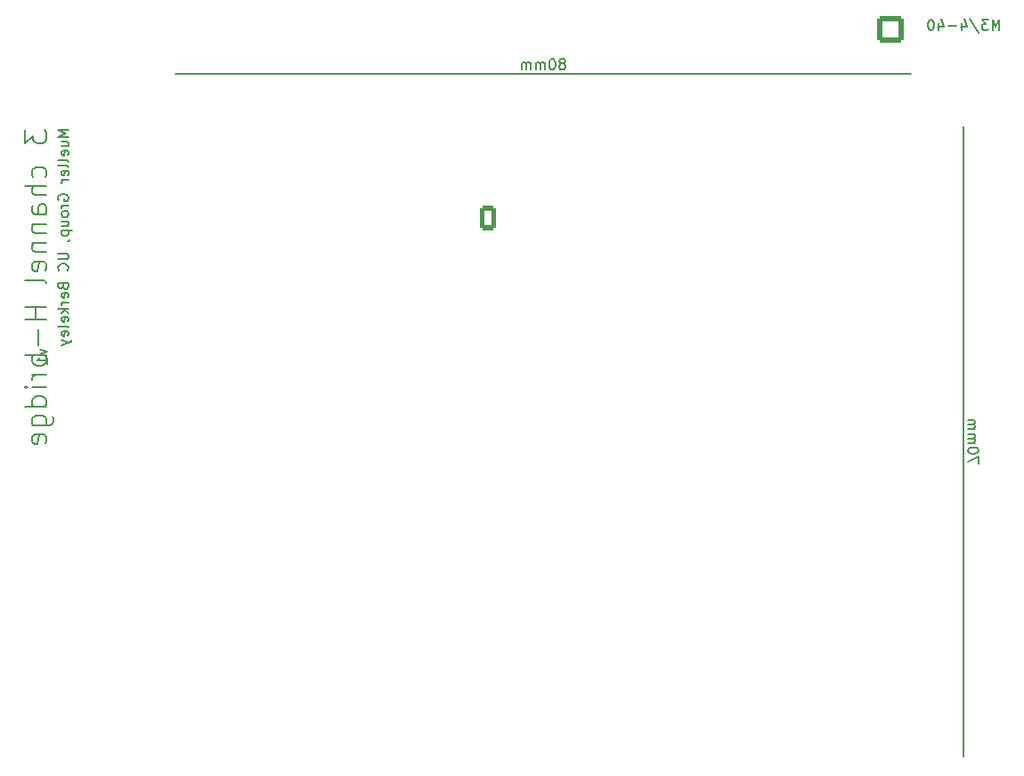
<source format=gbo>
G04 #@! TF.GenerationSoftware,KiCad,Pcbnew,9.0.0*
G04 #@! TF.CreationDate,2025-06-03T18:34:14-07:00*
G04 #@! TF.ProjectId,H_bridge,485f6272-6964-4676-952e-6b696361645f,rev?*
G04 #@! TF.SameCoordinates,Original*
G04 #@! TF.FileFunction,Legend,Bot*
G04 #@! TF.FilePolarity,Positive*
%FSLAX46Y46*%
G04 Gerber Fmt 4.6, Leading zero omitted, Abs format (unit mm)*
G04 Created by KiCad (PCBNEW 9.0.0) date 2025-06-03 18:34:14*
%MOMM*%
%LPD*%
G01*
G04 APERTURE LIST*
G04 Aperture macros list*
%AMRoundRect*
0 Rectangle with rounded corners*
0 $1 Rounding radius*
0 $2 $3 $4 $5 $6 $7 $8 $9 X,Y pos of 4 corners*
0 Add a 4 corners polygon primitive as box body*
4,1,4,$2,$3,$4,$5,$6,$7,$8,$9,$2,$3,0*
0 Add four circle primitives for the rounded corners*
1,1,$1+$1,$2,$3*
1,1,$1+$1,$4,$5*
1,1,$1+$1,$6,$7*
1,1,$1+$1,$8,$9*
0 Add four rect primitives between the rounded corners*
20,1,$1+$1,$2,$3,$4,$5,0*
20,1,$1+$1,$4,$5,$6,$7,0*
20,1,$1+$1,$6,$7,$8,$9,0*
20,1,$1+$1,$8,$9,$2,$3,0*%
G04 Aperture macros list end*
%ADD10C,0.150000*%
%ADD11C,1.600000*%
%ADD12O,1.600000X1.600000*%
%ADD13RoundRect,0.249999X-1.025001X-1.025001X1.025001X-1.025001X1.025001X1.025001X-1.025001X1.025001X0*%
%ADD14C,2.550000*%
%ADD15R,1.050000X1.500000*%
%ADD16O,1.050000X1.500000*%
%ADD17RoundRect,0.250000X0.265000X0.615000X-0.265000X0.615000X-0.265000X-0.615000X0.265000X-0.615000X0*%
%ADD18O,1.030000X1.730000*%
%ADD19R,2.420000X5.080000*%
%ADD20R,2.000000X1.905000*%
%ADD21O,2.000000X1.905000*%
%ADD22C,3.200000*%
%ADD23RoundRect,0.250000X0.550000X-0.950000X0.550000X0.950000X-0.550000X0.950000X-0.550000X-0.950000X0*%
%ADD24O,1.600000X2.400000*%
%ADD25RoundRect,0.249999X1.025001X1.025001X-1.025001X1.025001X-1.025001X-1.025001X1.025001X-1.025001X0*%
G04 APERTURE END LIST*
D10*
X190000000Y-70000000D02*
X190000000Y-130000000D01*
X115000000Y-65000000D02*
X185000000Y-65000000D01*
X102203152Y-91241541D02*
X102869819Y-91479636D01*
X102869819Y-91479636D02*
X102203152Y-91717731D01*
X102869819Y-92622493D02*
X102869819Y-92051065D01*
X102869819Y-92336779D02*
X101869819Y-92336779D01*
X101869819Y-92336779D02*
X102012676Y-92241541D01*
X102012676Y-92241541D02*
X102107914Y-92146303D01*
X102107914Y-92146303D02*
X102155533Y-92051065D01*
X100747438Y-70384398D02*
X100747438Y-71622493D01*
X100747438Y-71622493D02*
X101509342Y-70955826D01*
X101509342Y-70955826D02*
X101509342Y-71241541D01*
X101509342Y-71241541D02*
X101604580Y-71432017D01*
X101604580Y-71432017D02*
X101699819Y-71527255D01*
X101699819Y-71527255D02*
X101890295Y-71622493D01*
X101890295Y-71622493D02*
X102366485Y-71622493D01*
X102366485Y-71622493D02*
X102556961Y-71527255D01*
X102556961Y-71527255D02*
X102652200Y-71432017D01*
X102652200Y-71432017D02*
X102747438Y-71241541D01*
X102747438Y-71241541D02*
X102747438Y-70670112D01*
X102747438Y-70670112D02*
X102652200Y-70479636D01*
X102652200Y-70479636D02*
X102556961Y-70384398D01*
X102652200Y-74860589D02*
X102747438Y-74670113D01*
X102747438Y-74670113D02*
X102747438Y-74289160D01*
X102747438Y-74289160D02*
X102652200Y-74098684D01*
X102652200Y-74098684D02*
X102556961Y-74003446D01*
X102556961Y-74003446D02*
X102366485Y-73908208D01*
X102366485Y-73908208D02*
X101795057Y-73908208D01*
X101795057Y-73908208D02*
X101604580Y-74003446D01*
X101604580Y-74003446D02*
X101509342Y-74098684D01*
X101509342Y-74098684D02*
X101414104Y-74289160D01*
X101414104Y-74289160D02*
X101414104Y-74670113D01*
X101414104Y-74670113D02*
X101509342Y-74860589D01*
X102747438Y-75717732D02*
X100747438Y-75717732D01*
X102747438Y-76574875D02*
X101699819Y-76574875D01*
X101699819Y-76574875D02*
X101509342Y-76479637D01*
X101509342Y-76479637D02*
X101414104Y-76289161D01*
X101414104Y-76289161D02*
X101414104Y-76003446D01*
X101414104Y-76003446D02*
X101509342Y-75812970D01*
X101509342Y-75812970D02*
X101604580Y-75717732D01*
X102747438Y-78384399D02*
X101699819Y-78384399D01*
X101699819Y-78384399D02*
X101509342Y-78289161D01*
X101509342Y-78289161D02*
X101414104Y-78098685D01*
X101414104Y-78098685D02*
X101414104Y-77717732D01*
X101414104Y-77717732D02*
X101509342Y-77527256D01*
X102652200Y-78384399D02*
X102747438Y-78193923D01*
X102747438Y-78193923D02*
X102747438Y-77717732D01*
X102747438Y-77717732D02*
X102652200Y-77527256D01*
X102652200Y-77527256D02*
X102461723Y-77432018D01*
X102461723Y-77432018D02*
X102271247Y-77432018D01*
X102271247Y-77432018D02*
X102080771Y-77527256D01*
X102080771Y-77527256D02*
X101985533Y-77717732D01*
X101985533Y-77717732D02*
X101985533Y-78193923D01*
X101985533Y-78193923D02*
X101890295Y-78384399D01*
X101414104Y-79336780D02*
X102747438Y-79336780D01*
X101604580Y-79336780D02*
X101509342Y-79432018D01*
X101509342Y-79432018D02*
X101414104Y-79622494D01*
X101414104Y-79622494D02*
X101414104Y-79908209D01*
X101414104Y-79908209D02*
X101509342Y-80098685D01*
X101509342Y-80098685D02*
X101699819Y-80193923D01*
X101699819Y-80193923D02*
X102747438Y-80193923D01*
X101414104Y-81146304D02*
X102747438Y-81146304D01*
X101604580Y-81146304D02*
X101509342Y-81241542D01*
X101509342Y-81241542D02*
X101414104Y-81432018D01*
X101414104Y-81432018D02*
X101414104Y-81717733D01*
X101414104Y-81717733D02*
X101509342Y-81908209D01*
X101509342Y-81908209D02*
X101699819Y-82003447D01*
X101699819Y-82003447D02*
X102747438Y-82003447D01*
X102652200Y-83717733D02*
X102747438Y-83527257D01*
X102747438Y-83527257D02*
X102747438Y-83146304D01*
X102747438Y-83146304D02*
X102652200Y-82955828D01*
X102652200Y-82955828D02*
X102461723Y-82860590D01*
X102461723Y-82860590D02*
X101699819Y-82860590D01*
X101699819Y-82860590D02*
X101509342Y-82955828D01*
X101509342Y-82955828D02*
X101414104Y-83146304D01*
X101414104Y-83146304D02*
X101414104Y-83527257D01*
X101414104Y-83527257D02*
X101509342Y-83717733D01*
X101509342Y-83717733D02*
X101699819Y-83812971D01*
X101699819Y-83812971D02*
X101890295Y-83812971D01*
X101890295Y-83812971D02*
X102080771Y-82860590D01*
X102747438Y-84955828D02*
X102652200Y-84765352D01*
X102652200Y-84765352D02*
X102461723Y-84670114D01*
X102461723Y-84670114D02*
X100747438Y-84670114D01*
X102747438Y-87241543D02*
X100747438Y-87241543D01*
X101699819Y-87241543D02*
X101699819Y-88384400D01*
X102747438Y-88384400D02*
X100747438Y-88384400D01*
X101985533Y-89336781D02*
X101985533Y-90860591D01*
X102747438Y-91812971D02*
X100747438Y-91812971D01*
X101509342Y-91812971D02*
X101414104Y-92003447D01*
X101414104Y-92003447D02*
X101414104Y-92384400D01*
X101414104Y-92384400D02*
X101509342Y-92574876D01*
X101509342Y-92574876D02*
X101604580Y-92670114D01*
X101604580Y-92670114D02*
X101795057Y-92765352D01*
X101795057Y-92765352D02*
X102366485Y-92765352D01*
X102366485Y-92765352D02*
X102556961Y-92670114D01*
X102556961Y-92670114D02*
X102652200Y-92574876D01*
X102652200Y-92574876D02*
X102747438Y-92384400D01*
X102747438Y-92384400D02*
X102747438Y-92003447D01*
X102747438Y-92003447D02*
X102652200Y-91812971D01*
X102747438Y-93622495D02*
X101414104Y-93622495D01*
X101795057Y-93622495D02*
X101604580Y-93717733D01*
X101604580Y-93717733D02*
X101509342Y-93812971D01*
X101509342Y-93812971D02*
X101414104Y-94003447D01*
X101414104Y-94003447D02*
X101414104Y-94193924D01*
X102747438Y-94860590D02*
X101414104Y-94860590D01*
X100747438Y-94860590D02*
X100842676Y-94765352D01*
X100842676Y-94765352D02*
X100937914Y-94860590D01*
X100937914Y-94860590D02*
X100842676Y-94955828D01*
X100842676Y-94955828D02*
X100747438Y-94860590D01*
X100747438Y-94860590D02*
X100937914Y-94860590D01*
X102747438Y-96670114D02*
X100747438Y-96670114D01*
X102652200Y-96670114D02*
X102747438Y-96479638D01*
X102747438Y-96479638D02*
X102747438Y-96098685D01*
X102747438Y-96098685D02*
X102652200Y-95908209D01*
X102652200Y-95908209D02*
X102556961Y-95812971D01*
X102556961Y-95812971D02*
X102366485Y-95717733D01*
X102366485Y-95717733D02*
X101795057Y-95717733D01*
X101795057Y-95717733D02*
X101604580Y-95812971D01*
X101604580Y-95812971D02*
X101509342Y-95908209D01*
X101509342Y-95908209D02*
X101414104Y-96098685D01*
X101414104Y-96098685D02*
X101414104Y-96479638D01*
X101414104Y-96479638D02*
X101509342Y-96670114D01*
X101414104Y-98479638D02*
X103033152Y-98479638D01*
X103033152Y-98479638D02*
X103223628Y-98384400D01*
X103223628Y-98384400D02*
X103318866Y-98289162D01*
X103318866Y-98289162D02*
X103414104Y-98098685D01*
X103414104Y-98098685D02*
X103414104Y-97812971D01*
X103414104Y-97812971D02*
X103318866Y-97622495D01*
X102652200Y-98479638D02*
X102747438Y-98289162D01*
X102747438Y-98289162D02*
X102747438Y-97908209D01*
X102747438Y-97908209D02*
X102652200Y-97717733D01*
X102652200Y-97717733D02*
X102556961Y-97622495D01*
X102556961Y-97622495D02*
X102366485Y-97527257D01*
X102366485Y-97527257D02*
X101795057Y-97527257D01*
X101795057Y-97527257D02*
X101604580Y-97622495D01*
X101604580Y-97622495D02*
X101509342Y-97717733D01*
X101509342Y-97717733D02*
X101414104Y-97908209D01*
X101414104Y-97908209D02*
X101414104Y-98289162D01*
X101414104Y-98289162D02*
X101509342Y-98479638D01*
X102652200Y-100193924D02*
X102747438Y-100003448D01*
X102747438Y-100003448D02*
X102747438Y-99622495D01*
X102747438Y-99622495D02*
X102652200Y-99432019D01*
X102652200Y-99432019D02*
X102461723Y-99336781D01*
X102461723Y-99336781D02*
X101699819Y-99336781D01*
X101699819Y-99336781D02*
X101509342Y-99432019D01*
X101509342Y-99432019D02*
X101414104Y-99622495D01*
X101414104Y-99622495D02*
X101414104Y-100003448D01*
X101414104Y-100003448D02*
X101509342Y-100193924D01*
X101509342Y-100193924D02*
X101699819Y-100289162D01*
X101699819Y-100289162D02*
X101890295Y-100289162D01*
X101890295Y-100289162D02*
X102080771Y-99336781D01*
X104869819Y-70336779D02*
X103869819Y-70336779D01*
X103869819Y-70336779D02*
X104584104Y-70670112D01*
X104584104Y-70670112D02*
X103869819Y-71003445D01*
X103869819Y-71003445D02*
X104869819Y-71003445D01*
X104203152Y-71908207D02*
X104869819Y-71908207D01*
X104203152Y-71479636D02*
X104726961Y-71479636D01*
X104726961Y-71479636D02*
X104822200Y-71527255D01*
X104822200Y-71527255D02*
X104869819Y-71622493D01*
X104869819Y-71622493D02*
X104869819Y-71765350D01*
X104869819Y-71765350D02*
X104822200Y-71860588D01*
X104822200Y-71860588D02*
X104774580Y-71908207D01*
X104822200Y-72765350D02*
X104869819Y-72670112D01*
X104869819Y-72670112D02*
X104869819Y-72479636D01*
X104869819Y-72479636D02*
X104822200Y-72384398D01*
X104822200Y-72384398D02*
X104726961Y-72336779D01*
X104726961Y-72336779D02*
X104346009Y-72336779D01*
X104346009Y-72336779D02*
X104250771Y-72384398D01*
X104250771Y-72384398D02*
X104203152Y-72479636D01*
X104203152Y-72479636D02*
X104203152Y-72670112D01*
X104203152Y-72670112D02*
X104250771Y-72765350D01*
X104250771Y-72765350D02*
X104346009Y-72812969D01*
X104346009Y-72812969D02*
X104441247Y-72812969D01*
X104441247Y-72812969D02*
X104536485Y-72336779D01*
X104869819Y-73384398D02*
X104822200Y-73289160D01*
X104822200Y-73289160D02*
X104726961Y-73241541D01*
X104726961Y-73241541D02*
X103869819Y-73241541D01*
X104869819Y-73908208D02*
X104822200Y-73812970D01*
X104822200Y-73812970D02*
X104726961Y-73765351D01*
X104726961Y-73765351D02*
X103869819Y-73765351D01*
X104822200Y-74670113D02*
X104869819Y-74574875D01*
X104869819Y-74574875D02*
X104869819Y-74384399D01*
X104869819Y-74384399D02*
X104822200Y-74289161D01*
X104822200Y-74289161D02*
X104726961Y-74241542D01*
X104726961Y-74241542D02*
X104346009Y-74241542D01*
X104346009Y-74241542D02*
X104250771Y-74289161D01*
X104250771Y-74289161D02*
X104203152Y-74384399D01*
X104203152Y-74384399D02*
X104203152Y-74574875D01*
X104203152Y-74574875D02*
X104250771Y-74670113D01*
X104250771Y-74670113D02*
X104346009Y-74717732D01*
X104346009Y-74717732D02*
X104441247Y-74717732D01*
X104441247Y-74717732D02*
X104536485Y-74241542D01*
X104869819Y-75146304D02*
X104203152Y-75146304D01*
X104393628Y-75146304D02*
X104298390Y-75193923D01*
X104298390Y-75193923D02*
X104250771Y-75241542D01*
X104250771Y-75241542D02*
X104203152Y-75336780D01*
X104203152Y-75336780D02*
X104203152Y-75432018D01*
X103917438Y-77051066D02*
X103869819Y-76955828D01*
X103869819Y-76955828D02*
X103869819Y-76812971D01*
X103869819Y-76812971D02*
X103917438Y-76670114D01*
X103917438Y-76670114D02*
X104012676Y-76574876D01*
X104012676Y-76574876D02*
X104107914Y-76527257D01*
X104107914Y-76527257D02*
X104298390Y-76479638D01*
X104298390Y-76479638D02*
X104441247Y-76479638D01*
X104441247Y-76479638D02*
X104631723Y-76527257D01*
X104631723Y-76527257D02*
X104726961Y-76574876D01*
X104726961Y-76574876D02*
X104822200Y-76670114D01*
X104822200Y-76670114D02*
X104869819Y-76812971D01*
X104869819Y-76812971D02*
X104869819Y-76908209D01*
X104869819Y-76908209D02*
X104822200Y-77051066D01*
X104822200Y-77051066D02*
X104774580Y-77098685D01*
X104774580Y-77098685D02*
X104441247Y-77098685D01*
X104441247Y-77098685D02*
X104441247Y-76908209D01*
X104869819Y-77527257D02*
X104203152Y-77527257D01*
X104393628Y-77527257D02*
X104298390Y-77574876D01*
X104298390Y-77574876D02*
X104250771Y-77622495D01*
X104250771Y-77622495D02*
X104203152Y-77717733D01*
X104203152Y-77717733D02*
X104203152Y-77812971D01*
X104869819Y-78289162D02*
X104822200Y-78193924D01*
X104822200Y-78193924D02*
X104774580Y-78146305D01*
X104774580Y-78146305D02*
X104679342Y-78098686D01*
X104679342Y-78098686D02*
X104393628Y-78098686D01*
X104393628Y-78098686D02*
X104298390Y-78146305D01*
X104298390Y-78146305D02*
X104250771Y-78193924D01*
X104250771Y-78193924D02*
X104203152Y-78289162D01*
X104203152Y-78289162D02*
X104203152Y-78432019D01*
X104203152Y-78432019D02*
X104250771Y-78527257D01*
X104250771Y-78527257D02*
X104298390Y-78574876D01*
X104298390Y-78574876D02*
X104393628Y-78622495D01*
X104393628Y-78622495D02*
X104679342Y-78622495D01*
X104679342Y-78622495D02*
X104774580Y-78574876D01*
X104774580Y-78574876D02*
X104822200Y-78527257D01*
X104822200Y-78527257D02*
X104869819Y-78432019D01*
X104869819Y-78432019D02*
X104869819Y-78289162D01*
X104203152Y-79479638D02*
X104869819Y-79479638D01*
X104203152Y-79051067D02*
X104726961Y-79051067D01*
X104726961Y-79051067D02*
X104822200Y-79098686D01*
X104822200Y-79098686D02*
X104869819Y-79193924D01*
X104869819Y-79193924D02*
X104869819Y-79336781D01*
X104869819Y-79336781D02*
X104822200Y-79432019D01*
X104822200Y-79432019D02*
X104774580Y-79479638D01*
X104203152Y-79955829D02*
X105203152Y-79955829D01*
X104250771Y-79955829D02*
X104203152Y-80051067D01*
X104203152Y-80051067D02*
X104203152Y-80241543D01*
X104203152Y-80241543D02*
X104250771Y-80336781D01*
X104250771Y-80336781D02*
X104298390Y-80384400D01*
X104298390Y-80384400D02*
X104393628Y-80432019D01*
X104393628Y-80432019D02*
X104679342Y-80432019D01*
X104679342Y-80432019D02*
X104774580Y-80384400D01*
X104774580Y-80384400D02*
X104822200Y-80336781D01*
X104822200Y-80336781D02*
X104869819Y-80241543D01*
X104869819Y-80241543D02*
X104869819Y-80051067D01*
X104869819Y-80051067D02*
X104822200Y-79955829D01*
X104822200Y-80908210D02*
X104869819Y-80908210D01*
X104869819Y-80908210D02*
X104965057Y-80860591D01*
X104965057Y-80860591D02*
X105012676Y-80812972D01*
X103869819Y-82098686D02*
X104679342Y-82098686D01*
X104679342Y-82098686D02*
X104774580Y-82146305D01*
X104774580Y-82146305D02*
X104822200Y-82193924D01*
X104822200Y-82193924D02*
X104869819Y-82289162D01*
X104869819Y-82289162D02*
X104869819Y-82479638D01*
X104869819Y-82479638D02*
X104822200Y-82574876D01*
X104822200Y-82574876D02*
X104774580Y-82622495D01*
X104774580Y-82622495D02*
X104679342Y-82670114D01*
X104679342Y-82670114D02*
X103869819Y-82670114D01*
X104774580Y-83717733D02*
X104822200Y-83670114D01*
X104822200Y-83670114D02*
X104869819Y-83527257D01*
X104869819Y-83527257D02*
X104869819Y-83432019D01*
X104869819Y-83432019D02*
X104822200Y-83289162D01*
X104822200Y-83289162D02*
X104726961Y-83193924D01*
X104726961Y-83193924D02*
X104631723Y-83146305D01*
X104631723Y-83146305D02*
X104441247Y-83098686D01*
X104441247Y-83098686D02*
X104298390Y-83098686D01*
X104298390Y-83098686D02*
X104107914Y-83146305D01*
X104107914Y-83146305D02*
X104012676Y-83193924D01*
X104012676Y-83193924D02*
X103917438Y-83289162D01*
X103917438Y-83289162D02*
X103869819Y-83432019D01*
X103869819Y-83432019D02*
X103869819Y-83527257D01*
X103869819Y-83527257D02*
X103917438Y-83670114D01*
X103917438Y-83670114D02*
X103965057Y-83717733D01*
X104346009Y-85241543D02*
X104393628Y-85384400D01*
X104393628Y-85384400D02*
X104441247Y-85432019D01*
X104441247Y-85432019D02*
X104536485Y-85479638D01*
X104536485Y-85479638D02*
X104679342Y-85479638D01*
X104679342Y-85479638D02*
X104774580Y-85432019D01*
X104774580Y-85432019D02*
X104822200Y-85384400D01*
X104822200Y-85384400D02*
X104869819Y-85289162D01*
X104869819Y-85289162D02*
X104869819Y-84908210D01*
X104869819Y-84908210D02*
X103869819Y-84908210D01*
X103869819Y-84908210D02*
X103869819Y-85241543D01*
X103869819Y-85241543D02*
X103917438Y-85336781D01*
X103917438Y-85336781D02*
X103965057Y-85384400D01*
X103965057Y-85384400D02*
X104060295Y-85432019D01*
X104060295Y-85432019D02*
X104155533Y-85432019D01*
X104155533Y-85432019D02*
X104250771Y-85384400D01*
X104250771Y-85384400D02*
X104298390Y-85336781D01*
X104298390Y-85336781D02*
X104346009Y-85241543D01*
X104346009Y-85241543D02*
X104346009Y-84908210D01*
X104822200Y-86289162D02*
X104869819Y-86193924D01*
X104869819Y-86193924D02*
X104869819Y-86003448D01*
X104869819Y-86003448D02*
X104822200Y-85908210D01*
X104822200Y-85908210D02*
X104726961Y-85860591D01*
X104726961Y-85860591D02*
X104346009Y-85860591D01*
X104346009Y-85860591D02*
X104250771Y-85908210D01*
X104250771Y-85908210D02*
X104203152Y-86003448D01*
X104203152Y-86003448D02*
X104203152Y-86193924D01*
X104203152Y-86193924D02*
X104250771Y-86289162D01*
X104250771Y-86289162D02*
X104346009Y-86336781D01*
X104346009Y-86336781D02*
X104441247Y-86336781D01*
X104441247Y-86336781D02*
X104536485Y-85860591D01*
X104869819Y-86765353D02*
X104203152Y-86765353D01*
X104393628Y-86765353D02*
X104298390Y-86812972D01*
X104298390Y-86812972D02*
X104250771Y-86860591D01*
X104250771Y-86860591D02*
X104203152Y-86955829D01*
X104203152Y-86955829D02*
X104203152Y-87051067D01*
X104869819Y-87384401D02*
X103869819Y-87384401D01*
X104488866Y-87479639D02*
X104869819Y-87765353D01*
X104203152Y-87765353D02*
X104584104Y-87384401D01*
X104822200Y-88574877D02*
X104869819Y-88479639D01*
X104869819Y-88479639D02*
X104869819Y-88289163D01*
X104869819Y-88289163D02*
X104822200Y-88193925D01*
X104822200Y-88193925D02*
X104726961Y-88146306D01*
X104726961Y-88146306D02*
X104346009Y-88146306D01*
X104346009Y-88146306D02*
X104250771Y-88193925D01*
X104250771Y-88193925D02*
X104203152Y-88289163D01*
X104203152Y-88289163D02*
X104203152Y-88479639D01*
X104203152Y-88479639D02*
X104250771Y-88574877D01*
X104250771Y-88574877D02*
X104346009Y-88622496D01*
X104346009Y-88622496D02*
X104441247Y-88622496D01*
X104441247Y-88622496D02*
X104536485Y-88146306D01*
X104869819Y-89193925D02*
X104822200Y-89098687D01*
X104822200Y-89098687D02*
X104726961Y-89051068D01*
X104726961Y-89051068D02*
X103869819Y-89051068D01*
X104822200Y-89955830D02*
X104869819Y-89860592D01*
X104869819Y-89860592D02*
X104869819Y-89670116D01*
X104869819Y-89670116D02*
X104822200Y-89574878D01*
X104822200Y-89574878D02*
X104726961Y-89527259D01*
X104726961Y-89527259D02*
X104346009Y-89527259D01*
X104346009Y-89527259D02*
X104250771Y-89574878D01*
X104250771Y-89574878D02*
X104203152Y-89670116D01*
X104203152Y-89670116D02*
X104203152Y-89860592D01*
X104203152Y-89860592D02*
X104250771Y-89955830D01*
X104250771Y-89955830D02*
X104346009Y-90003449D01*
X104346009Y-90003449D02*
X104441247Y-90003449D01*
X104441247Y-90003449D02*
X104536485Y-89527259D01*
X104203152Y-90336783D02*
X104869819Y-90574878D01*
X104203152Y-90812973D02*
X104869819Y-90574878D01*
X104869819Y-90574878D02*
X105107914Y-90479640D01*
X105107914Y-90479640D02*
X105155533Y-90432021D01*
X105155533Y-90432021D02*
X105203152Y-90336783D01*
X193380951Y-60869819D02*
X193380951Y-59869819D01*
X193380951Y-59869819D02*
X193047618Y-60584104D01*
X193047618Y-60584104D02*
X192714285Y-59869819D01*
X192714285Y-59869819D02*
X192714285Y-60869819D01*
X192333332Y-59869819D02*
X191714285Y-59869819D01*
X191714285Y-59869819D02*
X192047618Y-60250771D01*
X192047618Y-60250771D02*
X191904761Y-60250771D01*
X191904761Y-60250771D02*
X191809523Y-60298390D01*
X191809523Y-60298390D02*
X191761904Y-60346009D01*
X191761904Y-60346009D02*
X191714285Y-60441247D01*
X191714285Y-60441247D02*
X191714285Y-60679342D01*
X191714285Y-60679342D02*
X191761904Y-60774580D01*
X191761904Y-60774580D02*
X191809523Y-60822200D01*
X191809523Y-60822200D02*
X191904761Y-60869819D01*
X191904761Y-60869819D02*
X192190475Y-60869819D01*
X192190475Y-60869819D02*
X192285713Y-60822200D01*
X192285713Y-60822200D02*
X192333332Y-60774580D01*
X190571428Y-59822200D02*
X191428570Y-61107914D01*
X189809523Y-60203152D02*
X189809523Y-60869819D01*
X190047618Y-59822200D02*
X190285713Y-60536485D01*
X190285713Y-60536485D02*
X189666666Y-60536485D01*
X189285713Y-60488866D02*
X188523809Y-60488866D01*
X187619047Y-60203152D02*
X187619047Y-60869819D01*
X187857142Y-59822200D02*
X188095237Y-60536485D01*
X188095237Y-60536485D02*
X187476190Y-60536485D01*
X186904761Y-59869819D02*
X186809523Y-59869819D01*
X186809523Y-59869819D02*
X186714285Y-59917438D01*
X186714285Y-59917438D02*
X186666666Y-59965057D01*
X186666666Y-59965057D02*
X186619047Y-60060295D01*
X186619047Y-60060295D02*
X186571428Y-60250771D01*
X186571428Y-60250771D02*
X186571428Y-60488866D01*
X186571428Y-60488866D02*
X186619047Y-60679342D01*
X186619047Y-60679342D02*
X186666666Y-60774580D01*
X186666666Y-60774580D02*
X186714285Y-60822200D01*
X186714285Y-60822200D02*
X186809523Y-60869819D01*
X186809523Y-60869819D02*
X186904761Y-60869819D01*
X186904761Y-60869819D02*
X186999999Y-60822200D01*
X186999999Y-60822200D02*
X187047618Y-60774580D01*
X187047618Y-60774580D02*
X187095237Y-60679342D01*
X187095237Y-60679342D02*
X187142856Y-60488866D01*
X187142856Y-60488866D02*
X187142856Y-60250771D01*
X187142856Y-60250771D02*
X187095237Y-60060295D01*
X187095237Y-60060295D02*
X187047618Y-59965057D01*
X187047618Y-59965057D02*
X186999999Y-59917438D01*
X186999999Y-59917438D02*
X186904761Y-59869819D01*
X191380180Y-102142856D02*
X191380180Y-101476190D01*
X191380180Y-101476190D02*
X190380180Y-101904761D01*
X191380180Y-100904761D02*
X191380180Y-100809523D01*
X191380180Y-100809523D02*
X191332561Y-100714285D01*
X191332561Y-100714285D02*
X191284942Y-100666666D01*
X191284942Y-100666666D02*
X191189704Y-100619047D01*
X191189704Y-100619047D02*
X190999228Y-100571428D01*
X190999228Y-100571428D02*
X190761133Y-100571428D01*
X190761133Y-100571428D02*
X190570657Y-100619047D01*
X190570657Y-100619047D02*
X190475419Y-100666666D01*
X190475419Y-100666666D02*
X190427800Y-100714285D01*
X190427800Y-100714285D02*
X190380180Y-100809523D01*
X190380180Y-100809523D02*
X190380180Y-100904761D01*
X190380180Y-100904761D02*
X190427800Y-100999999D01*
X190427800Y-100999999D02*
X190475419Y-101047618D01*
X190475419Y-101047618D02*
X190570657Y-101095237D01*
X190570657Y-101095237D02*
X190761133Y-101142856D01*
X190761133Y-101142856D02*
X190999228Y-101142856D01*
X190999228Y-101142856D02*
X191189704Y-101095237D01*
X191189704Y-101095237D02*
X191284942Y-101047618D01*
X191284942Y-101047618D02*
X191332561Y-100999999D01*
X191332561Y-100999999D02*
X191380180Y-100904761D01*
X190380180Y-100142856D02*
X191046847Y-100142856D01*
X190951609Y-100142856D02*
X190999228Y-100095237D01*
X190999228Y-100095237D02*
X191046847Y-99999999D01*
X191046847Y-99999999D02*
X191046847Y-99857142D01*
X191046847Y-99857142D02*
X190999228Y-99761904D01*
X190999228Y-99761904D02*
X190903990Y-99714285D01*
X190903990Y-99714285D02*
X190380180Y-99714285D01*
X190903990Y-99714285D02*
X190999228Y-99666666D01*
X190999228Y-99666666D02*
X191046847Y-99571428D01*
X191046847Y-99571428D02*
X191046847Y-99428571D01*
X191046847Y-99428571D02*
X190999228Y-99333332D01*
X190999228Y-99333332D02*
X190903990Y-99285713D01*
X190903990Y-99285713D02*
X190380180Y-99285713D01*
X190380180Y-98809523D02*
X191046847Y-98809523D01*
X190951609Y-98809523D02*
X190999228Y-98761904D01*
X190999228Y-98761904D02*
X191046847Y-98666666D01*
X191046847Y-98666666D02*
X191046847Y-98523809D01*
X191046847Y-98523809D02*
X190999228Y-98428571D01*
X190999228Y-98428571D02*
X190903990Y-98380952D01*
X190903990Y-98380952D02*
X190380180Y-98380952D01*
X190903990Y-98380952D02*
X190999228Y-98333333D01*
X190999228Y-98333333D02*
X191046847Y-98238095D01*
X191046847Y-98238095D02*
X191046847Y-98095238D01*
X191046847Y-98095238D02*
X190999228Y-97999999D01*
X190999228Y-97999999D02*
X190903990Y-97952380D01*
X190903990Y-97952380D02*
X190380180Y-97952380D01*
X151904761Y-64048390D02*
X151999999Y-64000771D01*
X151999999Y-64000771D02*
X152047618Y-63953152D01*
X152047618Y-63953152D02*
X152095237Y-63857914D01*
X152095237Y-63857914D02*
X152095237Y-63810295D01*
X152095237Y-63810295D02*
X152047618Y-63715057D01*
X152047618Y-63715057D02*
X151999999Y-63667438D01*
X151999999Y-63667438D02*
X151904761Y-63619819D01*
X151904761Y-63619819D02*
X151714285Y-63619819D01*
X151714285Y-63619819D02*
X151619047Y-63667438D01*
X151619047Y-63667438D02*
X151571428Y-63715057D01*
X151571428Y-63715057D02*
X151523809Y-63810295D01*
X151523809Y-63810295D02*
X151523809Y-63857914D01*
X151523809Y-63857914D02*
X151571428Y-63953152D01*
X151571428Y-63953152D02*
X151619047Y-64000771D01*
X151619047Y-64000771D02*
X151714285Y-64048390D01*
X151714285Y-64048390D02*
X151904761Y-64048390D01*
X151904761Y-64048390D02*
X151999999Y-64096009D01*
X151999999Y-64096009D02*
X152047618Y-64143628D01*
X152047618Y-64143628D02*
X152095237Y-64238866D01*
X152095237Y-64238866D02*
X152095237Y-64429342D01*
X152095237Y-64429342D02*
X152047618Y-64524580D01*
X152047618Y-64524580D02*
X151999999Y-64572200D01*
X151999999Y-64572200D02*
X151904761Y-64619819D01*
X151904761Y-64619819D02*
X151714285Y-64619819D01*
X151714285Y-64619819D02*
X151619047Y-64572200D01*
X151619047Y-64572200D02*
X151571428Y-64524580D01*
X151571428Y-64524580D02*
X151523809Y-64429342D01*
X151523809Y-64429342D02*
X151523809Y-64238866D01*
X151523809Y-64238866D02*
X151571428Y-64143628D01*
X151571428Y-64143628D02*
X151619047Y-64096009D01*
X151619047Y-64096009D02*
X151714285Y-64048390D01*
X150904761Y-63619819D02*
X150809523Y-63619819D01*
X150809523Y-63619819D02*
X150714285Y-63667438D01*
X150714285Y-63667438D02*
X150666666Y-63715057D01*
X150666666Y-63715057D02*
X150619047Y-63810295D01*
X150619047Y-63810295D02*
X150571428Y-64000771D01*
X150571428Y-64000771D02*
X150571428Y-64238866D01*
X150571428Y-64238866D02*
X150619047Y-64429342D01*
X150619047Y-64429342D02*
X150666666Y-64524580D01*
X150666666Y-64524580D02*
X150714285Y-64572200D01*
X150714285Y-64572200D02*
X150809523Y-64619819D01*
X150809523Y-64619819D02*
X150904761Y-64619819D01*
X150904761Y-64619819D02*
X150999999Y-64572200D01*
X150999999Y-64572200D02*
X151047618Y-64524580D01*
X151047618Y-64524580D02*
X151095237Y-64429342D01*
X151095237Y-64429342D02*
X151142856Y-64238866D01*
X151142856Y-64238866D02*
X151142856Y-64000771D01*
X151142856Y-64000771D02*
X151095237Y-63810295D01*
X151095237Y-63810295D02*
X151047618Y-63715057D01*
X151047618Y-63715057D02*
X150999999Y-63667438D01*
X150999999Y-63667438D02*
X150904761Y-63619819D01*
X150142856Y-64619819D02*
X150142856Y-63953152D01*
X150142856Y-64048390D02*
X150095237Y-64000771D01*
X150095237Y-64000771D02*
X149999999Y-63953152D01*
X149999999Y-63953152D02*
X149857142Y-63953152D01*
X149857142Y-63953152D02*
X149761904Y-64000771D01*
X149761904Y-64000771D02*
X149714285Y-64096009D01*
X149714285Y-64096009D02*
X149714285Y-64619819D01*
X149714285Y-64096009D02*
X149666666Y-64000771D01*
X149666666Y-64000771D02*
X149571428Y-63953152D01*
X149571428Y-63953152D02*
X149428571Y-63953152D01*
X149428571Y-63953152D02*
X149333332Y-64000771D01*
X149333332Y-64000771D02*
X149285713Y-64096009D01*
X149285713Y-64096009D02*
X149285713Y-64619819D01*
X148809523Y-64619819D02*
X148809523Y-63953152D01*
X148809523Y-64048390D02*
X148761904Y-64000771D01*
X148761904Y-64000771D02*
X148666666Y-63953152D01*
X148666666Y-63953152D02*
X148523809Y-63953152D01*
X148523809Y-63953152D02*
X148428571Y-64000771D01*
X148428571Y-64000771D02*
X148380952Y-64096009D01*
X148380952Y-64096009D02*
X148380952Y-64619819D01*
X148380952Y-64096009D02*
X148333333Y-64000771D01*
X148333333Y-64000771D02*
X148238095Y-63953152D01*
X148238095Y-63953152D02*
X148095238Y-63953152D01*
X148095238Y-63953152D02*
X147999999Y-64000771D01*
X147999999Y-64000771D02*
X147952380Y-64096009D01*
X147952380Y-64096009D02*
X147952380Y-64619819D01*
%LPC*%
D11*
X149860000Y-93980000D03*
D12*
X139700000Y-93980000D03*
D11*
X172640000Y-134620000D03*
X167640000Y-134620000D03*
D13*
X146900000Y-55000000D03*
D14*
X151700000Y-55000000D03*
X156500000Y-55000000D03*
X161300000Y-55000000D03*
X166100000Y-55000000D03*
D15*
X116840000Y-101600000D03*
D16*
X118110000Y-101600000D03*
X119380000Y-101600000D03*
D17*
X141000000Y-55500000D03*
D18*
X139500000Y-55500000D03*
X138000000Y-55500000D03*
X136500000Y-55500000D03*
X135000000Y-55500000D03*
X133500000Y-55500000D03*
X132000000Y-55500000D03*
X130500000Y-55500000D03*
X129000000Y-55500000D03*
X127500000Y-55500000D03*
D15*
X139700000Y-101600000D03*
D16*
X140970000Y-101600000D03*
X142240000Y-101600000D03*
D11*
X218440000Y-93980000D03*
D12*
X228600000Y-93980000D03*
D19*
X201620000Y-146930000D03*
X210380000Y-146930000D03*
D11*
X114300000Y-121840000D03*
X114300000Y-116840000D03*
D19*
X233620000Y-146930000D03*
X242380000Y-146930000D03*
D20*
X167640000Y-109220000D03*
D21*
X167640000Y-111760000D03*
X167640000Y-114300000D03*
D20*
X233680000Y-121920000D03*
D21*
X233680000Y-124460000D03*
X233680000Y-127000000D03*
D22*
X190000000Y-135000000D03*
D20*
X185420000Y-109220000D03*
D21*
X185420000Y-111760000D03*
X185420000Y-114300000D03*
D11*
X124460000Y-101600000D03*
D12*
X134620000Y-101600000D03*
D22*
X110000000Y-65000000D03*
D20*
X139700000Y-121920000D03*
D21*
X139700000Y-124460000D03*
X139700000Y-127000000D03*
D15*
X162560000Y-101600000D03*
D16*
X163830000Y-101600000D03*
X165100000Y-101600000D03*
D11*
X220980000Y-134620000D03*
X215980000Y-134620000D03*
D19*
X153620000Y-146930000D03*
X162380000Y-146930000D03*
D11*
X195580000Y-93980000D03*
D12*
X185420000Y-93980000D03*
D22*
X190000000Y-65000000D03*
D20*
X185420000Y-121920000D03*
D21*
X185420000Y-124460000D03*
X185420000Y-127000000D03*
D11*
X159940000Y-121840000D03*
X159940000Y-116840000D03*
D20*
X139700000Y-109220000D03*
D21*
X139700000Y-111760000D03*
X139700000Y-114300000D03*
D23*
X144780000Y-78740000D03*
D24*
X147320000Y-78740000D03*
X149860000Y-78740000D03*
X152400000Y-78740000D03*
X154940000Y-78740000D03*
X157480000Y-78740000D03*
X160020000Y-78740000D03*
X160020000Y-71120000D03*
X157480000Y-71120000D03*
X154940000Y-71120000D03*
X152400000Y-71120000D03*
X149860000Y-71120000D03*
X147320000Y-71120000D03*
X144780000Y-71120000D03*
D22*
X110000000Y-135000000D03*
D11*
X124460000Y-93980000D03*
D12*
X134620000Y-93980000D03*
D11*
X243840000Y-93980000D03*
D12*
X233680000Y-93980000D03*
D20*
X167640000Y-121920000D03*
D21*
X167640000Y-124460000D03*
X167640000Y-127000000D03*
D19*
X217620000Y-146930000D03*
X226380000Y-146930000D03*
D20*
X215900000Y-121920000D03*
D21*
X215900000Y-124460000D03*
X215900000Y-127000000D03*
D19*
X105620000Y-146930000D03*
X114380000Y-146930000D03*
D11*
X218440000Y-101600000D03*
D12*
X228600000Y-101600000D03*
D11*
X195580000Y-121920000D03*
X195580000Y-116920000D03*
D19*
X185620000Y-146930000D03*
X194380000Y-146930000D03*
D11*
X170180000Y-101600000D03*
D12*
X180340000Y-101600000D03*
D11*
X149860000Y-121920000D03*
X149860000Y-116920000D03*
X126920000Y-134620000D03*
X121920000Y-134620000D03*
D19*
X169620000Y-146930000D03*
X178380000Y-146930000D03*
X137620000Y-146930000D03*
X146380000Y-146930000D03*
D17*
X121000000Y-55500000D03*
D18*
X119500000Y-55500000D03*
X118000000Y-55500000D03*
X116500000Y-55500000D03*
X115000000Y-55500000D03*
X113500000Y-55500000D03*
X112000000Y-55500000D03*
X110500000Y-55500000D03*
X109000000Y-55500000D03*
X107500000Y-55500000D03*
D25*
X183000000Y-60800000D03*
D14*
X178200000Y-60800000D03*
X173400000Y-60800000D03*
D20*
X215900000Y-109220000D03*
D21*
X215900000Y-111760000D03*
X215900000Y-114300000D03*
D19*
X121620000Y-146930000D03*
X130380000Y-146930000D03*
D20*
X121920000Y-109220000D03*
D21*
X121920000Y-111760000D03*
X121920000Y-114300000D03*
D11*
X205740000Y-121840000D03*
X205740000Y-116840000D03*
D20*
X233680000Y-109220000D03*
D21*
X233680000Y-111760000D03*
X233680000Y-114300000D03*
D15*
X210820000Y-101600000D03*
D16*
X212090000Y-101600000D03*
X213360000Y-101600000D03*
D15*
X185420000Y-101600000D03*
D16*
X186690000Y-101600000D03*
X187960000Y-101600000D03*
D20*
X121920000Y-121920000D03*
D21*
X121920000Y-124460000D03*
X121920000Y-127000000D03*
D11*
X170180000Y-93980000D03*
D12*
X180340000Y-93980000D03*
D11*
X243840000Y-121840000D03*
X243840000Y-116840000D03*
D15*
X233680000Y-101600000D03*
D16*
X234950000Y-101600000D03*
X236220000Y-101600000D03*
%LPD*%
M02*

</source>
